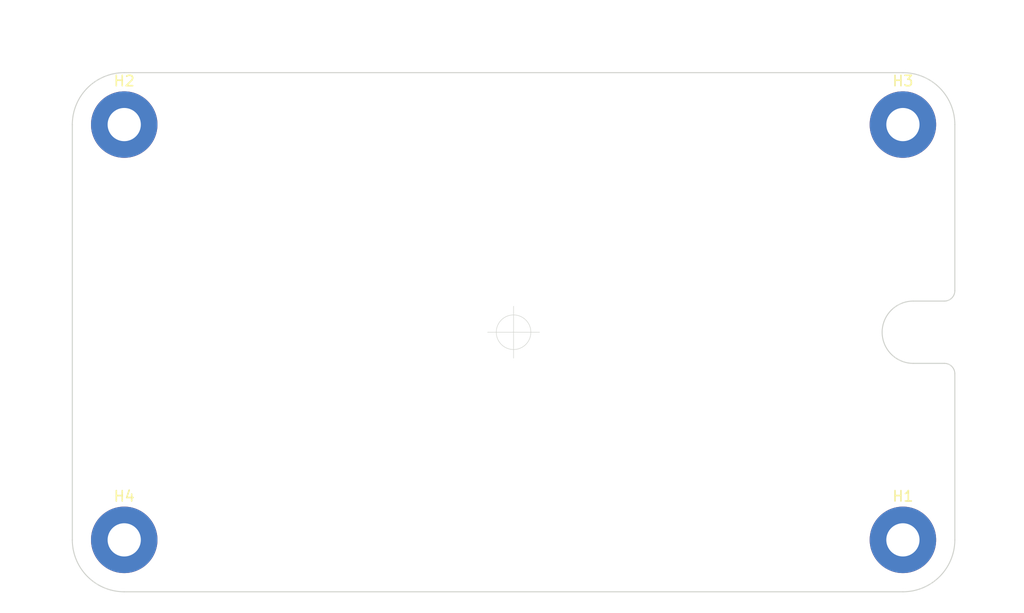
<source format=kicad_pcb>
(kicad_pcb (version 20171130) (host pcbnew "(5.1.2)-1")

  (general
    (thickness 1.6)
    (drawings 32)
    (tracks 0)
    (zones 0)
    (modules 4)
    (nets 5)
  )

  (page A4)
  (title_block
    (title "Arbitrary function generator")
    (date 23.07.2019)
    (rev REV1.0)
  )

  (layers
    (0 F.Cu signal)
    (31 B.Cu signal)
    (32 B.Adhes user)
    (33 F.Adhes user)
    (34 B.Paste user)
    (35 F.Paste user)
    (36 B.SilkS user)
    (37 F.SilkS user)
    (38 B.Mask user)
    (39 F.Mask user)
    (40 Dwgs.User user)
    (41 Cmts.User user)
    (42 Eco1.User user)
    (43 Eco2.User user)
    (44 Edge.Cuts user)
    (45 Margin user)
    (46 B.CrtYd user)
    (47 F.CrtYd user)
    (48 B.Fab user)
    (49 F.Fab user)
  )

  (setup
    (last_trace_width 0.1524)
    (user_trace_width 0.2032)
    (user_trace_width 0.254)
    (user_trace_width 0.3048)
    (user_trace_width 0.381)
    (user_trace_width 0.508)
    (trace_clearance 0.1524)
    (zone_clearance 0.508)
    (zone_45_only no)
    (trace_min 0.1524)
    (via_size 0.6)
    (via_drill 0.3)
    (via_min_size 0.4)
    (via_min_drill 0.3)
    (uvia_size 0.3)
    (uvia_drill 0.1)
    (uvias_allowed no)
    (uvia_min_size 0.2)
    (uvia_min_drill 0.1)
    (edge_width 0.1)
    (segment_width 0.2)
    (pcb_text_width 0.3)
    (pcb_text_size 1.5 1.5)
    (mod_edge_width 0.12)
    (mod_text_size 1 1)
    (mod_text_width 0.15)
    (pad_size 1.524 1.524)
    (pad_drill 0.762)
    (pad_to_mask_clearance 0.051)
    (solder_mask_min_width 0.25)
    (aux_axis_origin 0 0)
    (visible_elements FFFFFF7F)
    (pcbplotparams
      (layerselection 0x01000_7fffffff)
      (usegerberextensions false)
      (usegerberattributes false)
      (usegerberadvancedattributes false)
      (creategerberjobfile false)
      (excludeedgelayer false)
      (linewidth 0.100000)
      (plotframeref false)
      (viasonmask false)
      (mode 1)
      (useauxorigin false)
      (hpglpennumber 1)
      (hpglpenspeed 20)
      (hpglpendiameter 15.000000)
      (psnegative false)
      (psa4output false)
      (plotreference false)
      (plotvalue false)
      (plotinvisibletext false)
      (padsonsilk false)
      (subtractmaskfromsilk false)
      (outputformat 4)
      (mirror false)
      (drillshape 2)
      (scaleselection 1)
      (outputdirectory "Gerbers/"))
  )

  (net 0 "")
  (net 1 "Net-(H1-Pad1)")
  (net 2 "Net-(H2-Pad1)")
  (net 3 "Net-(H3-Pad1)")
  (net 4 "Net-(H4-Pad1)")

  (net_class Default "This is the default net class."
    (clearance 0.1524)
    (trace_width 0.1524)
    (via_dia 0.6)
    (via_drill 0.3)
    (uvia_dia 0.3)
    (uvia_drill 0.1)
    (add_net "Net-(H1-Pad1)")
    (add_net "Net-(H2-Pad1)")
    (add_net "Net-(H3-Pad1)")
    (add_net "Net-(H4-Pad1)")
  )

  (module Mounting_Holes:MountingHole_3.2mm_M3_Pad (layer F.Cu) (tedit 56D1B4CB) (tstamp 5D378940)
    (at 153 85)
    (descr "Mounting Hole 3.2mm, M3")
    (tags "mounting hole 3.2mm m3")
    (path /5D48AE96)
    (attr virtual)
    (fp_text reference H1 (at 0 -4.2) (layer F.SilkS)
      (effects (font (size 1 1) (thickness 0.15)))
    )
    (fp_text value " " (at 0 4.2) (layer F.Fab)
      (effects (font (size 1 1) (thickness 0.15)))
    )
    (fp_text user %R (at 0.3 0) (layer F.Fab)
      (effects (font (size 1 1) (thickness 0.15)))
    )
    (fp_circle (center 0 0) (end 3.2 0) (layer Cmts.User) (width 0.15))
    (fp_circle (center 0 0) (end 3.45 0) (layer F.CrtYd) (width 0.05))
    (pad 1 thru_hole circle (at 0 0) (size 6.4 6.4) (drill 3.2) (layers *.Cu *.Mask)
      (net 1 "Net-(H1-Pad1)"))
  )

  (module Mounting_Holes:MountingHole_3.2mm_M3_Pad (layer F.Cu) (tedit 56D1B4CB) (tstamp 5D378948)
    (at 78 45)
    (descr "Mounting Hole 3.2mm, M3")
    (tags "mounting hole 3.2mm m3")
    (path /5D48B460)
    (attr virtual)
    (fp_text reference H2 (at 0 -4.2) (layer F.SilkS)
      (effects (font (size 1 1) (thickness 0.15)))
    )
    (fp_text value " " (at 0 4.2) (layer F.Fab)
      (effects (font (size 1 1) (thickness 0.15)))
    )
    (fp_circle (center 0 0) (end 3.45 0) (layer F.CrtYd) (width 0.05))
    (fp_circle (center 0 0) (end 3.2 0) (layer Cmts.User) (width 0.15))
    (fp_text user %R (at 0.3 0) (layer F.Fab)
      (effects (font (size 1 1) (thickness 0.15)))
    )
    (pad 1 thru_hole circle (at 0 0) (size 6.4 6.4) (drill 3.2) (layers *.Cu *.Mask)
      (net 2 "Net-(H2-Pad1)"))
  )

  (module Mounting_Holes:MountingHole_3.2mm_M3_Pad (layer F.Cu) (tedit 56D1B4CB) (tstamp 5D378950)
    (at 153 45)
    (descr "Mounting Hole 3.2mm, M3")
    (tags "mounting hole 3.2mm m3")
    (path /5D48B691)
    (attr virtual)
    (fp_text reference H3 (at 0 -4.2) (layer F.SilkS)
      (effects (font (size 1 1) (thickness 0.15)))
    )
    (fp_text value " " (at 0 4.2) (layer F.Fab)
      (effects (font (size 1 1) (thickness 0.15)))
    )
    (fp_circle (center 0 0) (end 3.45 0) (layer F.CrtYd) (width 0.05))
    (fp_circle (center 0 0) (end 3.2 0) (layer Cmts.User) (width 0.15))
    (fp_text user %R (at 0.3 0) (layer F.Fab)
      (effects (font (size 1 1) (thickness 0.15)))
    )
    (pad 1 thru_hole circle (at 0 0) (size 6.4 6.4) (drill 3.2) (layers *.Cu *.Mask)
      (net 3 "Net-(H3-Pad1)"))
  )

  (module Mounting_Holes:MountingHole_3.2mm_M3_Pad (layer F.Cu) (tedit 56D1B4CB) (tstamp 5D378958)
    (at 78 85)
    (descr "Mounting Hole 3.2mm, M3")
    (tags "mounting hole 3.2mm m3")
    (path /5D48B88F)
    (attr virtual)
    (fp_text reference H4 (at 0 -4.2) (layer F.SilkS)
      (effects (font (size 1 1) (thickness 0.15)))
    )
    (fp_text value " " (at 0 4.2) (layer F.Fab)
      (effects (font (size 1 1) (thickness 0.15)))
    )
    (fp_text user %R (at 0.3 0) (layer F.Fab)
      (effects (font (size 1 1) (thickness 0.15)))
    )
    (fp_circle (center 0 0) (end 3.2 0) (layer Cmts.User) (width 0.15))
    (fp_circle (center 0 0) (end 3.45 0) (layer F.CrtYd) (width 0.05))
    (pad 1 thru_hole circle (at 0 0) (size 6.4 6.4) (drill 3.2) (layers *.Cu *.Mask)
      (net 4 "Net-(H4-Pad1)"))
  )

  (dimension 25 (width 0.15) (layer Eco2.User)
    (gr_text "25,000 mm" (at 161.3 52.5 90) (layer Eco2.User)
      (effects (font (size 1 1) (thickness 0.15)))
    )
    (feature1 (pts (xy 158 40) (xy 160.586421 40)))
    (feature2 (pts (xy 158 65) (xy 160.586421 65)))
    (crossbar (pts (xy 160 65) (xy 160 40)))
    (arrow1a (pts (xy 160 40) (xy 160.586421 41.126504)))
    (arrow1b (pts (xy 160 40) (xy 159.413579 41.126504)))
    (arrow2a (pts (xy 160 65) (xy 160.586421 63.873496)))
    (arrow2b (pts (xy 160 65) (xy 159.413579 63.873496)))
  )
  (dimension 7 (width 0.15) (layer Eco2.User)
    (gr_text "7,000 mm" (at 154.5 36.7) (layer Eco2.User)
      (effects (font (size 1 1) (thickness 0.15)))
    )
    (feature1 (pts (xy 158 65) (xy 158 37.413579)))
    (feature2 (pts (xy 151 65) (xy 151 37.413579)))
    (crossbar (pts (xy 151 38) (xy 158 38)))
    (arrow1a (pts (xy 158 38) (xy 156.873496 38.586421)))
    (arrow1b (pts (xy 158 38) (xy 156.873496 37.413579)))
    (arrow2a (pts (xy 151 38) (xy 152.126504 38.586421)))
    (arrow2b (pts (xy 151 38) (xy 152.126504 37.413579)))
  )
  (dimension 6 (width 0.15) (layer Eco2.User)
    (gr_text "6,000 mm" (at 163.3 65 90) (layer Eco2.User)
      (effects (font (size 1 1) (thickness 0.15)))
    )
    (feature1 (pts (xy 158 62) (xy 162.586421 62)))
    (feature2 (pts (xy 158 68) (xy 162.586421 68)))
    (crossbar (pts (xy 162 68) (xy 162 62)))
    (arrow1a (pts (xy 162 62) (xy 162.586421 63.126504)))
    (arrow1b (pts (xy 162 62) (xy 161.413579 63.126504)))
    (arrow2a (pts (xy 162 68) (xy 162.586421 66.873496)))
    (arrow2b (pts (xy 162 68) (xy 161.413579 66.873496)))
  )
  (dimension 85 (width 0.15) (layer Eco2.User)
    (gr_text "85,000 mm" (at 115.5 33.7) (layer Eco2.User)
      (effects (font (size 1 1) (thickness 0.15)))
    )
    (feature1 (pts (xy 158 40) (xy 158 34.413579)))
    (feature2 (pts (xy 73 40) (xy 73 34.413579)))
    (crossbar (pts (xy 73 35) (xy 158 35)))
    (arrow1a (pts (xy 158 35) (xy 156.873496 35.586421)))
    (arrow1b (pts (xy 158 35) (xy 156.873496 34.413579)))
    (arrow2a (pts (xy 73 35) (xy 74.126504 35.586421)))
    (arrow2b (pts (xy 73 35) (xy 74.126504 34.413579)))
  )
  (dimension 50 (width 0.15) (layer Eco2.User)
    (gr_text "50,000 mm" (at 69.7 65 90) (layer Eco2.User)
      (effects (font (size 1 1) (thickness 0.15)))
    )
    (feature1 (pts (xy 73 40) (xy 70.413579 40)))
    (feature2 (pts (xy 73 90) (xy 70.413579 90)))
    (crossbar (pts (xy 71 90) (xy 71 40)))
    (arrow1a (pts (xy 71 40) (xy 71.586421 41.126504)))
    (arrow1b (pts (xy 71 40) (xy 70.413579 41.126504)))
    (arrow2a (pts (xy 71 90) (xy 71.586421 88.873496)))
    (arrow2b (pts (xy 71 90) (xy 70.413579 88.873496)))
  )
  (gr_line (start 157 68) (end 154 68) (layer Edge.Cuts) (width 0.1) (tstamp 5D37616C))
  (gr_line (start 158 85) (end 158 69) (layer Edge.Cuts) (width 0.1) (tstamp 5D37616A))
  (gr_line (start 78 90) (end 153 90) (layer Edge.Cuts) (width 0.1) (tstamp 5D376153))
  (gr_line (start 73 45) (end 73 85) (layer Edge.Cuts) (width 0.1) (tstamp 5D376145))
  (gr_line (start 153 40) (end 78 40) (layer Edge.Cuts) (width 0.1) (tstamp 5D37613D))
  (gr_line (start 158 61) (end 158 45) (layer Edge.Cuts) (width 0.1) (tstamp 5D376138))
  (gr_line (start 154 62) (end 157 62) (layer Edge.Cuts) (width 0.1) (tstamp 5D376130))
  (gr_arc (start 157 61) (end 157 62) (angle -90) (layer Edge.Cuts) (width 0.1))
  (gr_arc (start 154 65) (end 154 62) (angle -180) (layer Edge.Cuts) (width 0.1))
  (gr_arc (start 157 69) (end 158 69) (angle -90) (layer Edge.Cuts) (width 0.1))
  (gr_arc (start 153 85) (end 153 90) (angle -90) (layer Edge.Cuts) (width 0.1))
  (gr_arc (start 78 85) (end 73 85) (angle -90) (layer Edge.Cuts) (width 0.1))
  (gr_arc (start 78 45) (end 78 40) (angle -90) (layer Edge.Cuts) (width 0.1))
  (gr_arc (start 153 45) (end 158 45) (angle -90) (layer Edge.Cuts) (width 0.1))
  (gr_line (start 154 68) (end 162 68) (layer Eco1.User) (width 0.15))
  (gr_line (start 154 62) (end 162 62) (layer Eco1.User) (width 0.15))
  (gr_arc (start 154 65) (end 154 62) (angle -180) (layer Eco1.User) (width 0.15))
  (gr_line (start 154 64) (end 154 66) (layer Eco1.User) (width 0.15))
  (gr_line (start 151 54) (end 151 75) (layer Eco1.User) (width 0.15))
  (gr_line (start 71 65) (end 160 65) (layer Eco1.User) (width 0.15) (tstamp 5D376065))
  (target plus (at 115.5 65) (size 5) (width 0.05) (layer Edge.Cuts))
  (gr_line (start 73 40) (end 158 90) (layer Eco1.User) (width 0.15))
  (gr_line (start 73 90) (end 158 40) (layer Eco1.User) (width 0.15))
  (gr_line (start 158 38) (end 158 92) (layer Eco1.User) (width 0.15) (tstamp 5D37602A))
  (gr_line (start 73 38) (end 73 92) (layer Eco1.User) (width 0.15))
  (gr_line (start 71 90) (end 160 90) (layer Eco1.User) (width 0.15) (tstamp 5D375FF7))
  (gr_line (start 71 40) (end 160 40) (layer Eco1.User) (width 0.15))

)

</source>
